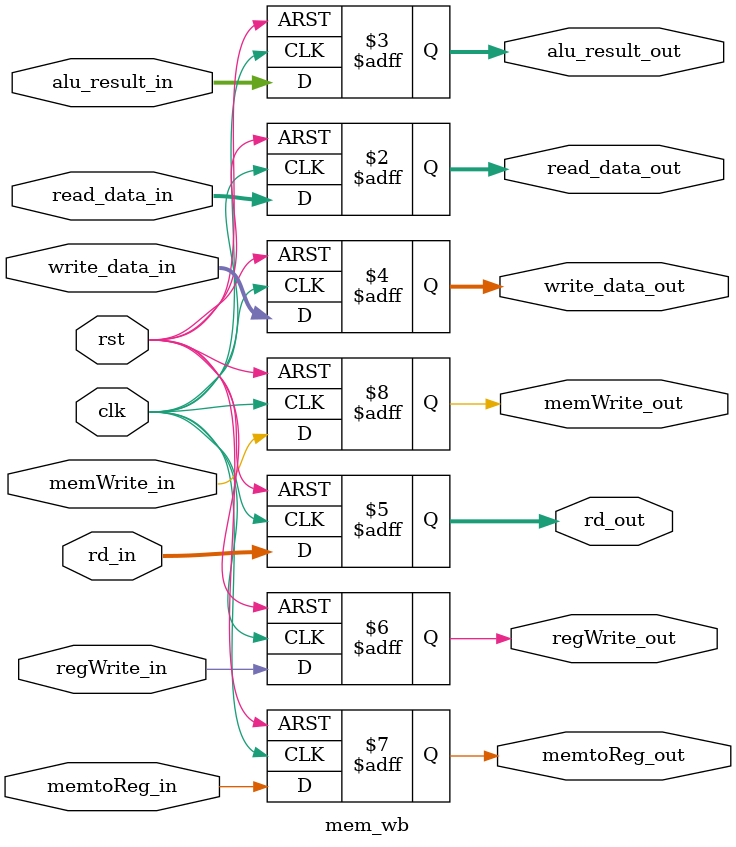
<source format=sv>
`timescale 1ns / 1ps

module mem_wb #(parameter WIDTH = 32)(
    input  logic                 clk,
    input  logic                 rst,

    // Incoming signals from MEM stage
    input  logic [WIDTH-1:0]     read_data_in,    // loaded value (or bypassed store data)
    input  logic [WIDTH-1:0]     alu_result_in,   // ALU result propagated
    input  logic [WIDTH-1:0]     write_data_in,   // store-data forwarded through pipeline
    input  logic [4:0]           rd_in,
    input  logic                 regWrite_in,
    input  logic                 memtoReg_in,
    input  logic                 memWrite_in,     // store flag propagated (used by bypass logic)

    // Outgoing signals to WB stage
    output logic [WIDTH-1:0]     read_data_out,
    output logic [WIDTH-1:0]     alu_result_out,
    output logic [WIDTH-1:0]     write_data_out,
    output logic [4:0]           rd_out,
    output logic                 regWrite_out,
    output logic                 memtoReg_out,
    output logic                 memWrite_out
);

    always_ff @(posedge clk or posedge rst) begin
        if (rst) begin
            read_data_out   <= '0;
            alu_result_out  <= '0;
            write_data_out  <= '0;
            rd_out          <= '0;
            regWrite_out    <= 1'b0;
            memtoReg_out    <= 1'b0;
            memWrite_out    <= 1'b0;
        end else begin
            read_data_out   <= read_data_in;
            alu_result_out  <= alu_result_in;
            write_data_out  <= write_data_in;
            rd_out          <= rd_in;
            regWrite_out    <= regWrite_in;
            memtoReg_out    <= memtoReg_in;
            memWrite_out    <= memWrite_in;
        end
    end
endmodule

</source>
